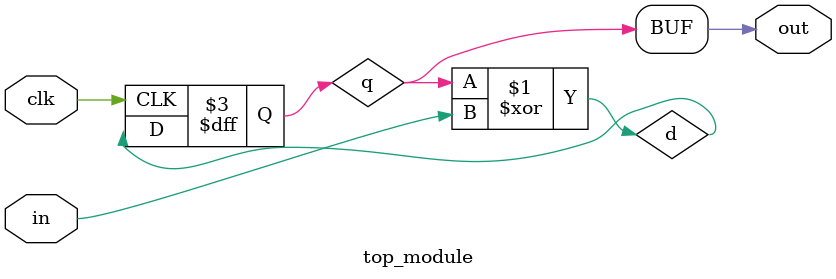
<source format=v>
module top_module (
    input clk,
    input in,
    output out);
    wire d, q;
    assign d = q ^ in;
    always @(posedge clk) begin
        q = d;
    end
    assign out = q;
endmodule

</source>
